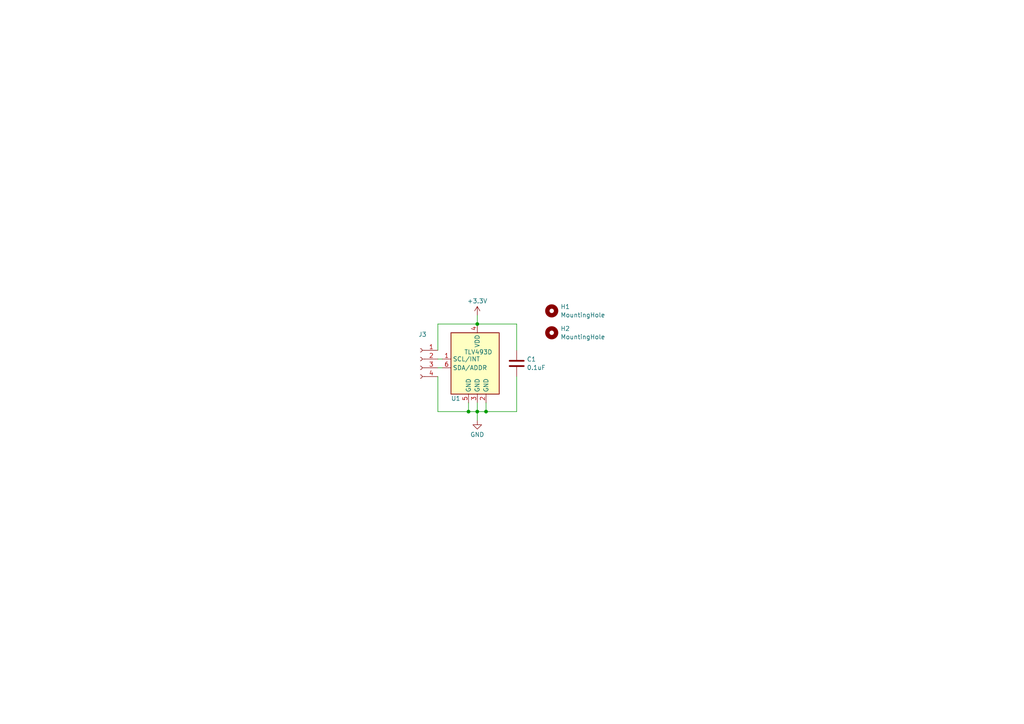
<source format=kicad_sch>
(kicad_sch (version 20250114) (generator "eeschema") (generator_version "9.0")
  (paper "A4")
  (lib_symbols
    (symbol "Connector:Conn_01x04_Socket" (pin_names (offset 1.016) (hide yes))
      (property "Reference" "J" (at 0 5.08 0))
      (property "Value" "Conn_01x04_Socket" (at 0 -7.62 0))
      (symbol "Conn_01x04_Socket_1_1"
        (polyline (pts (xy -1.27 2.54) (xy -0.508 2.54)) (stroke (width 0.1524)))
        (polyline (pts (xy -1.27 0) (xy -0.508 0)) (stroke (width 0.1524)))
        (polyline (pts (xy -1.27 -2.54) (xy -0.508 -2.54)) (stroke (width 0.1524)))
        (polyline (pts (xy -1.27 -5.08) (xy -0.508 -5.08)) (stroke (width 0.1524)))
        (arc (start 0 2.032) (mid -0.5058 2.54) (end 0 3.048) (stroke (width 0.1524)))
        (arc (start 0 -0.508) (mid -0.5058 0) (end 0 0.508) (stroke (width 0.1524)))
        (arc (start 0 -3.048) (mid -0.5058 -2.54) (end 0 -2.032) (stroke (width 0.1524)))
        (arc (start 0 -5.588) (mid -0.5058 -5.08) (end 0 -4.572) (stroke (width 0.1524)))
        (pin passive line (at -5.08 2.54 0) (length 3.81) (name "Pin_1") (number "1"))
        (pin passive line (at -5.08 0 0) (length 3.81) (name "Pin_2") (number "2"))
        (pin passive line (at -5.08 -2.54 0) (length 3.81) (name "Pin_3") (number "3"))
        (pin passive line (at -5.08 -5.08 0) (length 3.81) (name "Pin_4") (number "4"))
      )
    )
    (symbol "Device:C" (pin_numbers (hide yes)) (pin_names (offset 0.254))
      (property "Reference" "C" (at 0.635 2.54 0))
      (property "Value" "C" (at 0.635 -2.54 0))
      (symbol "C_0_1"
        (polyline (pts (xy -2.032 0.762) (xy 2.032 0.762)) (stroke (width 0.508)))
        (polyline (pts (xy -2.032 -0.762) (xy 2.032 -0.762)) (stroke (width 0.508)))
      )
      (symbol "C_1_1"
        (pin passive line (at 0 3.81 270) (length 2.794) (name "~") (number "1"))
        (pin passive line (at 0 -3.81 90) (length 2.794) (name "~") (number "2"))
      )
    )
    (symbol "Mechanical:MountingHole" (pin_names (offset 1.016)) (exclude_from_sim yes) (in_bom no)
      (property "Reference" "H" (at 0 5.08 0))
      (property "Value" "MountingHole" (at 0 3.175 0))
      (symbol "MountingHole_0_1"
        (circle (center 0 0) (radius 1.27) (stroke (width 1.27)))
      )
    )
    (symbol "Sensor_Magnetic:TLV493D"
      (property "Reference" "U" (at -6.35 11.43 0))
      (property "Value" "TLV493D" (at 5.08 11.43 0))
      (symbol "TLV493D_0_1"
        (rectangle (start -7.62 10.16) (end 6.35 -7.62) (stroke (width 0.254)) (fill (type background)))
      )
      (symbol "TLV493D_1_1"
        (pin bidirectional line (at -10.16 2.54 0) (length 2.54) (name "SCL/INT") (number "1"))
        (pin bidirectional line (at -10.16 0 0) (length 2.54) (name "SDA/ADDR") (number "6"))
        (pin power_in line (at -2.54 -10.16 90) (length 2.54) (name "GND") (number "5"))
        (pin power_in line (at 0 12.7 270) (length 2.54) (name "VDD") (number "4"))
        (pin power_in line (at 0 -10.16 90) (length 2.54) (name "GND") (number "3"))
        (pin power_in line (at 2.54 -10.16 90) (length 2.54) (name "GND") (number "2"))
      )
    )
    (symbol "power:+3.3V" (power) (pin_numbers (hide yes)) (pin_names (offset 0) (hide yes))
      (property "Value" "+3.3V" (at 0 3.556 0))
      (symbol "+3.3V_0_1"
        (polyline (pts (xy -0.762 1.27) (xy 0 2.54)))
        (polyline (pts (xy 0 2.54) (xy 0.762 1.27)))
        (polyline (pts (xy 0 0) (xy 0 2.54)))
      )
      (symbol "+3.3V_1_1"
        (pin power_in line (at 0 0 90) (length 0) (name "~") (number "1"))
      )
    )
    (symbol "power:GND" (power) (pin_numbers (hide yes)) (pin_names (offset 0) (hide yes))
      (property "Value" "GND" (at 0 -3.81 0))
      (symbol "GND_0_1"
        (polyline (pts (xy 0 0) (xy 0 -1.27) (xy 1.27 -1.27) (xy 0 -2.54) (xy -1.27 -1.27) (xy 0 -1.27)))
      )
      (symbol "GND_1_1"
        (pin power_in line (at 0 0 270) (length 0) (name "~") (number "1"))
      )
    )
  )
  (junction (at 140.97 119.38))
  (junction (at 138.43 93.98))
  (junction (at 135.89 119.38))
  (junction (at 138.43 119.38))
  (wire (pts (xy 127 119.38) (xy 135.89 119.38)))
  (wire (pts (xy 127 109.22) (xy 127 119.38)))
  (wire (pts (xy 140.97 119.38) (xy 149.86 119.38)))
  (wire (pts (xy 127 101.6) (xy 127 93.98)))
  (wire (pts (xy 140.97 119.38) (xy 138.43 119.38)))
  (wire (pts (xy 138.43 119.38) (xy 135.89 119.38)))
  (wire (pts (xy 127 104.14) (xy 128.27 104.14)))
  (wire (pts (xy 149.86 109.22) (xy 149.86 119.38)))
  (wire (pts (xy 149.86 93.98) (xy 149.86 101.6)))
  (wire (pts (xy 127 93.98) (xy 138.43 93.98)))
  (wire (pts (xy 127 106.68) (xy 128.27 106.68)))
  (wire (pts (xy 138.43 91.44) (xy 138.43 93.98)))
  (wire (pts (xy 138.43 93.98) (xy 149.86 93.98)))
  (wire (pts (xy 140.97 119.38) (xy 140.97 116.84)))
  (wire (pts (xy 135.89 119.38) (xy 135.89 116.84)))
  (wire (pts (xy 138.43 119.38) (xy 138.43 121.92)))
  (wire (pts (xy 138.43 119.38) (xy 138.43 116.84)))
  (symbol (lib_id "power:GND") (at 138.43 121.92 0) (unit 1)
    (property "Reference" "#PWR01" (effects (hide yes)))
    (property "Value" "GND" (at 138.43 126.0531 0))
    (property "Description" "Power symbol creates a global label with name \"GND\" , ground" (effects (hide yes)))
  )
  (symbol (lib_id "Mechanical:MountingHole") (at 160.02 90.17 0) (unit 1) (exclude_from_sim yes) (in_bom no)
    (property "Reference" "H1" (at 162.56 88.9578 0) (effects (justify left)))
    (property "Value" "MountingHole" (at 162.56 91.3821 0) (effects (justify left)))
    (property "Footprint" "MountingHole:MountingHole_2mm" (effects (hide yes)))
    (property "Description" "Mounting Hole without connection" (effects (hide yes)))
  )
  (symbol (lib_id "Mechanical:MountingHole") (at 160.02 96.52 0) (unit 1) (exclude_from_sim yes) (in_bom no)
    (property "Reference" "H2" (at 162.56 95.3078 0) (effects (justify left)))
    (property "Value" "MountingHole" (at 162.56 97.7321 0) (effects (justify left)))
    (property "Footprint" "MountingHole:MountingHole_2mm" (effects (hide yes)))
    (property "Description" "Mounting Hole without connection" (effects (hide yes)))
  )
  (symbol (lib_id "Sensor_Magnetic:TLV493D") (at 138.43 106.68 0) (unit 1)
    (property "Reference" "U1" (at 130.81 115.57 0) (effects (justify left)))
    (property "Value" "TLV493D" (at 134.62 102.108 0) (effects (justify left)))
    (property "Footprint" "Package_TO_SOT_SMD:SOT-23-6" (effects (hide yes)))
    (property "Datasheet" "http://www.infineon.com/dgdl/Infineon-TLV493D-A1B6-DS-v01_00-EN.pdf?fileId=5546d462525dbac40152a6b85c760e80" (effects (hide yes)))
    (property "Description" "Low power 3D magnetic sensor, I2C interface, SOT-23-6" (effects (hide yes)))
  )
  (symbol (lib_id "Connector:Conn_01x04_Socket") (at 121.92 104.14 0) (mirror y) (unit 1)
    (property "Reference" "J3" (at 122.555 96.9983 0))
    (property "Value" "Conn_01x04_Socket" (effects (hide yes)))
    (property "Footprint" "Connector_PinSocket_2.54mm:PinSocket_1x04_P2.54mm_Vertical" (effects (hide yes)))
    (property "Description" "Generic connector, single row, 01x04, script generated" (effects (hide yes)))
  )
  (symbol (lib_id "power:+3.3V") (at 138.43 91.44 0) (unit 1)
    (property "Reference" "#PWR02" (effects (hide yes)))
    (property "Value" "+3.3V" (at 138.43 87.3069 0))
    (property "Description" "Power symbol creates a global label with name \"+3.3V\"" (effects (hide yes)))
  )
  (symbol (lib_id "Device:C") (at 149.86 105.41 0) (unit 1)
    (property "Reference" "C1" (at 152.781 104.1978 0) (effects (justify left)))
    (property "Value" "0.1uF" (at 152.781 106.6221 0) (effects (justify left)))
    (property "Footprint" "Capacitor_SMD:C_0603_1608Metric" (effects (hide yes)))
    (property "Description" "Unpolarized capacitor" (effects (hide yes)))
  )
)
</source>
